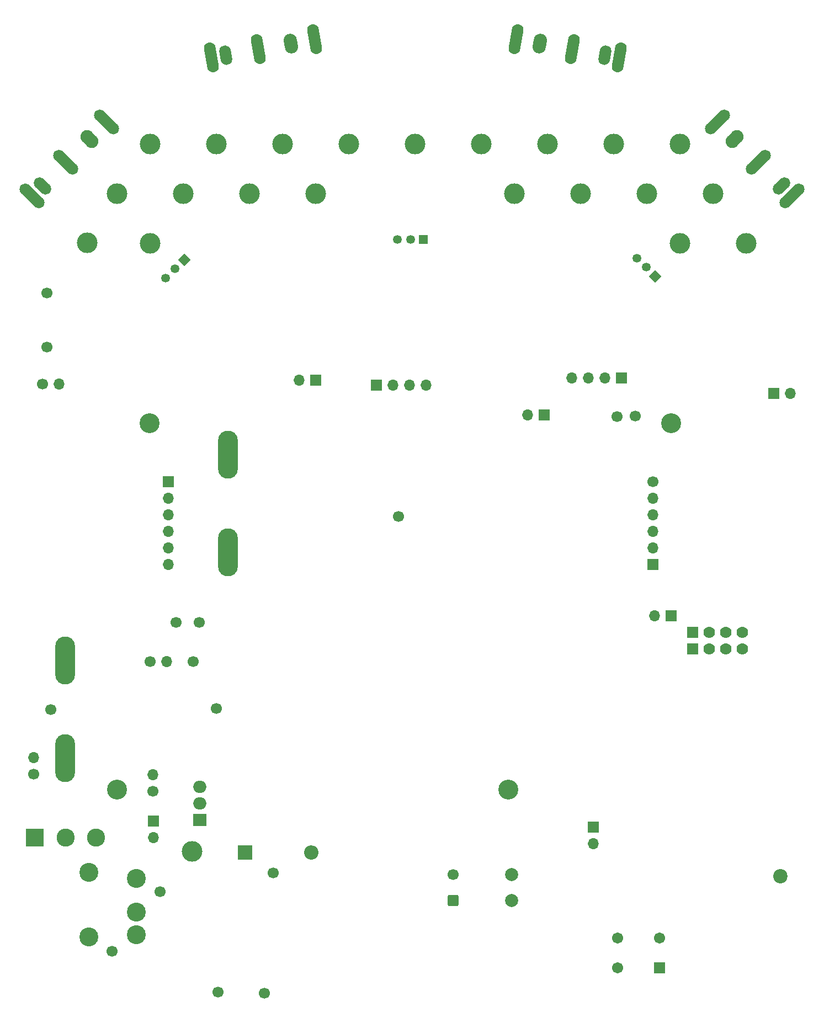
<source format=gbs>
G04 #@! TF.GenerationSoftware,KiCad,Pcbnew,8.0.7*
G04 #@! TF.CreationDate,2025-11-10T23:17:30-05:00*
G04 #@! TF.ProjectId,MotorBoardv3_2,4d6f746f-7242-46f6-9172-6476335f322e,V2.0.2b*
G04 #@! TF.SameCoordinates,Original*
G04 #@! TF.FileFunction,Soldermask,Bot*
G04 #@! TF.FilePolarity,Negative*
%FSLAX46Y46*%
G04 Gerber Fmt 4.6, Leading zero omitted, Abs format (unit mm)*
G04 Created by KiCad (PCBNEW 8.0.7) date 2025-11-10 23:17:30*
%MOMM*%
%LPD*%
G01*
G04 APERTURE LIST*
G04 Aperture macros list*
%AMRoundRect*
0 Rectangle with rounded corners*
0 $1 Rounding radius*
0 $2 $3 $4 $5 $6 $7 $8 $9 X,Y pos of 4 corners*
0 Add a 4 corners polygon primitive as box body*
4,1,4,$2,$3,$4,$5,$6,$7,$8,$9,$2,$3,0*
0 Add four circle primitives for the rounded corners*
1,1,$1+$1,$2,$3*
1,1,$1+$1,$4,$5*
1,1,$1+$1,$6,$7*
1,1,$1+$1,$8,$9*
0 Add four rect primitives between the rounded corners*
20,1,$1+$1,$2,$3,$4,$5,0*
20,1,$1+$1,$4,$5,$6,$7,0*
20,1,$1+$1,$6,$7,$8,$9,0*
20,1,$1+$1,$8,$9,$2,$3,0*%
%AMHorizOval*
0 Thick line with rounded ends*
0 $1 width*
0 $2 $3 position (X,Y) of the first rounded end (center of the circle)*
0 $4 $5 position (X,Y) of the second rounded end (center of the circle)*
0 Add line between two ends*
20,1,$1,$2,$3,$4,$5,0*
0 Add two circle primitives to create the rounded ends*
1,1,$1,$2,$3*
1,1,$1,$4,$5*%
%AMRotRect*
0 Rectangle, with rotation*
0 The origin of the aperture is its center*
0 $1 length*
0 $2 width*
0 $3 Rotation angle, in degrees counterclockwise*
0 Add horizontal line*
21,1,$1,$2,0,0,$3*%
G04 Aperture macros list end*
%ADD10C,3.175000*%
%ADD11C,1.700000*%
%ADD12R,1.700000X1.700000*%
%ADD13O,1.700000X1.700000*%
%ADD14HorizOval,2.032000X0.088213X-0.500282X-0.088213X0.500282X0*%
%ADD15HorizOval,1.778000X0.110267X-0.625353X-0.110267X0.625353X0*%
%ADD16HorizOval,1.778000X0.253613X-1.438312X-0.253613X1.438312X0*%
%ADD17C,2.000000*%
%ADD18RoundRect,0.250000X0.600000X-0.600000X0.600000X0.600000X-0.600000X0.600000X-0.600000X-0.600000X0*%
%ADD19R,2.200000X2.200000*%
%ADD20O,2.200000X2.200000*%
%ADD21RotRect,1.350000X1.350000X135.000000*%
%ADD22C,1.350000*%
%ADD23R,2.000000X1.905000*%
%ADD24O,2.000000X1.905000*%
%ADD25R,2.775000X2.775000*%
%ADD26C,2.775000*%
%ADD27RotRect,1.350000X1.350000X225.000000*%
%ADD28HorizOval,2.032000X0.359210X-0.359210X-0.359210X0.359210X0*%
%ADD29HorizOval,1.778000X0.449013X-0.449013X-0.449013X0.449013X0*%
%ADD30HorizOval,1.778000X1.032729X-1.032729X-1.032729X1.032729X0*%
%ADD31C,2.904000*%
%ADD32C,3.048000*%
%ADD33O,3.048000X7.366000*%
%ADD34R,1.350000X1.350000*%
%ADD35R,1.778000X1.778000*%
%ADD36C,1.778000*%
%ADD37RoundRect,0.102000X0.754000X0.754000X-0.754000X0.754000X-0.754000X-0.754000X0.754000X-0.754000X0*%
%ADD38C,1.712000*%
%ADD39C,2.200000*%
%ADD40HorizOval,2.032000X-0.359210X-0.359210X0.359210X0.359210X0*%
%ADD41HorizOval,1.778000X-0.449013X-0.449013X0.449013X0.449013X0*%
%ADD42HorizOval,1.778000X-1.032729X-1.032729X1.032729X1.032729X0*%
%ADD43HorizOval,2.032000X-0.088213X-0.500282X0.088213X0.500282X0*%
%ADD44HorizOval,1.778000X-0.110267X-0.625353X0.110267X0.625353X0*%
%ADD45HorizOval,1.778000X-0.253613X-1.438312X0.253613X1.438312X0*%
G04 APERTURE END LIST*
D10*
X160020000Y-58420000D03*
D11*
X72517000Y-116586000D03*
D12*
X69088000Y-147066000D03*
D13*
X69088000Y-149606000D03*
D14*
X90131412Y-27752934D03*
D15*
X80125765Y-29517199D03*
D16*
X85128588Y-28635066D03*
X93794899Y-27106962D03*
X77939492Y-29902698D03*
D11*
X78740000Y-129794000D03*
D10*
X68580000Y-58420000D03*
X68580000Y-43180000D03*
D17*
X124035000Y-159260000D03*
X124035000Y-155260000D03*
D18*
X115035000Y-159260000D03*
D11*
X115035000Y-155260000D03*
D10*
X73660000Y-50800000D03*
D19*
X83075000Y-151920000D03*
D20*
X93235000Y-151920000D03*
D21*
X146050000Y-63500000D03*
D22*
X144635786Y-62085786D03*
X143221573Y-60671573D03*
D11*
X68961000Y-142499000D03*
D13*
X68961000Y-139959000D03*
D11*
X106680000Y-100330000D03*
D23*
X76182000Y-146870000D03*
D24*
X76182000Y-144330000D03*
X76182000Y-141790000D03*
D10*
X88900000Y-43180000D03*
D11*
X143006000Y-84914000D03*
D25*
X50863500Y-149606000D03*
D26*
X55563500Y-149606000D03*
X60263500Y-149606000D03*
D11*
X52705000Y-66040000D03*
X140187000Y-84980000D03*
D10*
X144780000Y-50800000D03*
X134620000Y-50800000D03*
X83820000Y-50800000D03*
X149860000Y-43180000D03*
D12*
X93980000Y-79375000D03*
D13*
X91440000Y-79375000D03*
D10*
X119380000Y-43180000D03*
D27*
X73768949Y-60914872D03*
D22*
X72354735Y-62329086D03*
X70940522Y-63743299D03*
D11*
X52705000Y-74295000D03*
D28*
X59200051Y-42399949D03*
D29*
X52015846Y-49584154D03*
D30*
X55607949Y-45992051D03*
X61830488Y-39769512D03*
X50446069Y-51153931D03*
D12*
X140827000Y-79060000D03*
D13*
X138287000Y-79060000D03*
X135747000Y-79060000D03*
X133207000Y-79060000D03*
D10*
X124460000Y-50800000D03*
X63500000Y-50800000D03*
D31*
X66437000Y-164470000D03*
X66437000Y-155870000D03*
X66437000Y-161070000D03*
X59137000Y-154970000D03*
X59137000Y-164870000D03*
D10*
X58920000Y-58310000D03*
D12*
X148463000Y-115570000D03*
D13*
X145923000Y-115570000D03*
D11*
X70057000Y-157920000D03*
X68580000Y-122555000D03*
D13*
X71120000Y-122555000D03*
D10*
X99060000Y-43180000D03*
D12*
X136525000Y-147955000D03*
D13*
X136525000Y-150495000D03*
D32*
X63500000Y-142250000D03*
X123500000Y-142250000D03*
X148500000Y-86050000D03*
X68500000Y-86050000D03*
D33*
X55500000Y-137450000D03*
X55500000Y-122450000D03*
X80500000Y-105850000D03*
X80500000Y-90850000D03*
D12*
X71297800Y-94950000D03*
D13*
X71297800Y-97490000D03*
X71297800Y-100030000D03*
X71297800Y-102570000D03*
X71297800Y-105110000D03*
X71297800Y-107650000D03*
D12*
X145702200Y-107650000D03*
D13*
X145702200Y-105110000D03*
X145702200Y-102570000D03*
X145702200Y-100030000D03*
X145702200Y-97490000D03*
D11*
X145702200Y-94950000D03*
X78987000Y-173320000D03*
X86087000Y-173460000D03*
D10*
X149860000Y-58420000D03*
X129540000Y-43180000D03*
D34*
X110490000Y-57785000D03*
D22*
X108490000Y-57785000D03*
X106490000Y-57785000D03*
D11*
X87427000Y-155030000D03*
D12*
X103227000Y-80160000D03*
D13*
X105767000Y-80160000D03*
X108307000Y-80160000D03*
X110847000Y-80160000D03*
D35*
X151765000Y-120650000D03*
D36*
X154305000Y-120650000D03*
X156845000Y-120650000D03*
X159385000Y-120650000D03*
D35*
X151765000Y-118110000D03*
D36*
X154305000Y-118110000D03*
X156845000Y-118110000D03*
X159385000Y-118110000D03*
D37*
X146727000Y-169550000D03*
D38*
X140227000Y-169550000D03*
X146727000Y-165050000D03*
X140227000Y-165050000D03*
D11*
X76073000Y-116586000D03*
D12*
X164211000Y-81407000D03*
D13*
X166751000Y-81407000D03*
D10*
X93980000Y-50800000D03*
X78740000Y-43180000D03*
D11*
X53340000Y-129940000D03*
D10*
X109220000Y-43180000D03*
D39*
X165207000Y-155560000D03*
D10*
X74990000Y-151750000D03*
D11*
X50673000Y-139827000D03*
D13*
X50673000Y-137287000D03*
D10*
X154940000Y-50800000D03*
X139700000Y-43180000D03*
D12*
X129032000Y-84770000D03*
D13*
X126492000Y-84770000D03*
D11*
X62707000Y-167030000D03*
X75184000Y-122555000D03*
X52070000Y-80010000D03*
D13*
X54610000Y-80010000D03*
D40*
X158223949Y-42399949D03*
D41*
X165408154Y-49584154D03*
D42*
X161816051Y-45992051D03*
X155593512Y-39769512D03*
X166977931Y-51153931D03*
D43*
X128333988Y-27752934D03*
D44*
X138339635Y-29517199D03*
D45*
X133336812Y-28635066D03*
X124670501Y-27106962D03*
X140525908Y-29902698D03*
M02*

</source>
